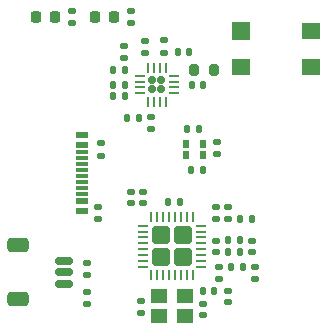
<source format=gtp>
G04 #@! TF.GenerationSoftware,KiCad,Pcbnew,8.0.2*
G04 #@! TF.CreationDate,2024-05-29T23:16:06+02:00*
G04 #@! TF.ProjectId,ESP32-C3,45535033-322d-4433-932e-6b696361645f,rev?*
G04 #@! TF.SameCoordinates,Original*
G04 #@! TF.FileFunction,Paste,Top*
G04 #@! TF.FilePolarity,Positive*
%FSLAX46Y46*%
G04 Gerber Fmt 4.6, Leading zero omitted, Abs format (unit mm)*
G04 Created by KiCad (PCBNEW 8.0.2) date 2024-05-29 23:16:06*
%MOMM*%
%LPD*%
G01*
G04 APERTURE LIST*
G04 Aperture macros list*
%AMRoundRect*
0 Rectangle with rounded corners*
0 $1 Rounding radius*
0 $2 $3 $4 $5 $6 $7 $8 $9 X,Y pos of 4 corners*
0 Add a 4 corners polygon primitive as box body*
4,1,4,$2,$3,$4,$5,$6,$7,$8,$9,$2,$3,0*
0 Add four circle primitives for the rounded corners*
1,1,$1+$1,$2,$3*
1,1,$1+$1,$4,$5*
1,1,$1+$1,$6,$7*
1,1,$1+$1,$8,$9*
0 Add four rect primitives between the rounded corners*
20,1,$1+$1,$2,$3,$4,$5,0*
20,1,$1+$1,$4,$5,$6,$7,0*
20,1,$1+$1,$6,$7,$8,$9,0*
20,1,$1+$1,$8,$9,$2,$3,0*%
G04 Aperture macros list end*
%ADD10RoundRect,0.140000X-0.170000X0.140000X-0.170000X-0.140000X0.170000X-0.140000X0.170000X0.140000X0*%
%ADD11RoundRect,0.135000X-0.185000X0.135000X-0.185000X-0.135000X0.185000X-0.135000X0.185000X0.135000X0*%
%ADD12RoundRect,0.140000X-0.140000X-0.170000X0.140000X-0.170000X0.140000X0.170000X-0.140000X0.170000X0*%
%ADD13RoundRect,0.135000X0.185000X-0.135000X0.185000X0.135000X-0.185000X0.135000X-0.185000X-0.135000X0*%
%ADD14RoundRect,0.218750X-0.218750X-0.256250X0.218750X-0.256250X0.218750X0.256250X-0.218750X0.256250X0*%
%ADD15RoundRect,0.160000X-0.160000X-0.160000X0.160000X-0.160000X0.160000X0.160000X-0.160000X0.160000X0*%
%ADD16RoundRect,0.062500X-0.375000X-0.062500X0.375000X-0.062500X0.375000X0.062500X-0.375000X0.062500X0*%
%ADD17RoundRect,0.062500X-0.062500X-0.375000X0.062500X-0.375000X0.062500X0.375000X-0.062500X0.375000X0*%
%ADD18RoundRect,0.140000X0.170000X-0.140000X0.170000X0.140000X-0.170000X0.140000X-0.170000X-0.140000X0*%
%ADD19R,0.600000X0.700000*%
%ADD20R,1.140000X0.600000*%
%ADD21R,1.140000X0.300000*%
%ADD22RoundRect,0.135000X-0.135000X-0.185000X0.135000X-0.185000X0.135000X0.185000X-0.135000X0.185000X0*%
%ADD23RoundRect,0.140000X0.140000X0.170000X-0.140000X0.170000X-0.140000X-0.170000X0.140000X-0.170000X0*%
%ADD24RoundRect,0.135000X0.135000X0.185000X-0.135000X0.185000X-0.135000X-0.185000X0.135000X-0.185000X0*%
%ADD25RoundRect,0.200000X-0.200000X-0.275000X0.200000X-0.275000X0.200000X0.275000X-0.200000X0.275000X0*%
%ADD26R,1.500000X1.500000*%
%ADD27R,1.600000X1.400000*%
%ADD28RoundRect,0.250000X0.495000X0.495000X-0.495000X0.495000X-0.495000X-0.495000X0.495000X-0.495000X0*%
%ADD29RoundRect,0.062500X0.337500X0.062500X-0.337500X0.062500X-0.337500X-0.062500X0.337500X-0.062500X0*%
%ADD30RoundRect,0.062500X0.062500X0.337500X-0.062500X0.337500X-0.062500X-0.337500X0.062500X-0.337500X0*%
%ADD31RoundRect,0.150000X-0.625000X0.150000X-0.625000X-0.150000X0.625000X-0.150000X0.625000X0.150000X0*%
%ADD32RoundRect,0.250000X-0.650000X0.350000X-0.650000X-0.350000X0.650000X-0.350000X0.650000X0.350000X0*%
%ADD33R,1.400000X1.200000*%
G04 APERTURE END LIST*
D10*
G04 #@! TO.C,C3*
X54600000Y-7270000D03*
X54600000Y-8230000D03*
G04 #@! TD*
D11*
G04 #@! TO.C,R3*
X41300000Y-2190000D03*
X41300000Y-3210000D03*
G04 #@! TD*
D12*
G04 #@! TO.C,C12*
X50215000Y-9250000D03*
X51175000Y-9250000D03*
G04 #@! TD*
G04 #@! TO.C,C5*
X47270000Y-1750000D03*
X48230000Y-1750000D03*
G04 #@! TD*
D13*
G04 #@! TO.C,R18*
X45300000Y10880000D03*
X45300000Y11900000D03*
G04 #@! TD*
D14*
G04 #@! TO.C,D5*
X41112500Y13900000D03*
X42687500Y13900000D03*
G04 #@! TD*
D13*
G04 #@! TO.C,R16*
X45800000Y4440000D03*
X45800000Y5460000D03*
G04 #@! TD*
D15*
G04 #@! TO.C,U2*
X45900000Y8600000D03*
X45900000Y7800000D03*
X46700000Y8600000D03*
X46700000Y7800000D03*
D16*
X44862500Y8950000D03*
X44862500Y8450000D03*
X44862500Y7950000D03*
X44862500Y7450000D03*
D17*
X45550000Y6762500D03*
X46050000Y6762500D03*
X46550000Y6762500D03*
X47050000Y6762500D03*
D16*
X47737500Y7450000D03*
X47737500Y7950000D03*
X47737500Y8450000D03*
X47737500Y8950000D03*
D17*
X47050000Y9637500D03*
X46550000Y9637500D03*
X46050000Y9637500D03*
X45550000Y9637500D03*
G04 #@! TD*
D13*
G04 #@! TO.C,R10*
X39150000Y13390000D03*
X39150000Y14410000D03*
G04 #@! TD*
D10*
G04 #@! TO.C,C4*
X54350000Y-5020000D03*
X54350000Y-5980000D03*
G04 #@! TD*
G04 #@! TO.C,C16*
X50215000Y-10390000D03*
X50215000Y-11350000D03*
G04 #@! TD*
D18*
G04 #@! TO.C,C11*
X44100000Y-1830000D03*
X44100000Y-870000D03*
G04 #@! TD*
D11*
G04 #@! TO.C,R5*
X46900000Y11930000D03*
X46900000Y10910000D03*
G04 #@! TD*
D19*
G04 #@! TO.C,D1*
X50200000Y2200000D03*
X48800000Y2200000D03*
X50200000Y3200000D03*
X48800000Y3200000D03*
G04 #@! TD*
D10*
G04 #@! TO.C,C6*
X51600000Y-7270000D03*
X51600000Y-8230000D03*
G04 #@! TD*
D20*
G04 #@! TO.C,U1*
X39970000Y3910000D03*
X39970000Y3110000D03*
D21*
X39970000Y1960000D03*
X39970000Y960000D03*
X39970000Y460000D03*
X39970000Y-540000D03*
D20*
X39970000Y-1690000D03*
X39970000Y-2490000D03*
X39970000Y-2490000D03*
X39970000Y-1690000D03*
D21*
X39970000Y-1040000D03*
X39970000Y-40000D03*
X39970000Y1460000D03*
X39970000Y2460000D03*
D20*
X39970000Y3110000D03*
X39970000Y3910000D03*
G04 #@! TD*
D13*
G04 #@! TO.C,R9*
X44150000Y13390000D03*
X44150000Y14410000D03*
G04 #@! TD*
G04 #@! TO.C,R11*
X43550000Y10440000D03*
X43550000Y11460000D03*
G04 #@! TD*
D22*
G04 #@! TO.C,R21*
X49190000Y1000000D03*
X50210000Y1000000D03*
G04 #@! TD*
D13*
G04 #@! TO.C,R19*
X51400000Y2290000D03*
X51400000Y3310000D03*
G04 #@! TD*
D23*
G04 #@! TO.C,C1*
X54330000Y-3200000D03*
X53370000Y-3200000D03*
G04 #@! TD*
D12*
G04 #@! TO.C,C20*
X49250000Y8200000D03*
X50210000Y8200000D03*
G04 #@! TD*
D24*
G04 #@! TO.C,R14*
X49910000Y4400000D03*
X48890000Y4400000D03*
G04 #@! TD*
D13*
G04 #@! TO.C,R1*
X52350000Y-3210000D03*
X52350000Y-2190000D03*
G04 #@! TD*
G04 #@! TO.C,R7*
X40400000Y-7910000D03*
X40400000Y-6890000D03*
G04 #@! TD*
D18*
G04 #@! TO.C,C15*
X52350000Y-10230000D03*
X52350000Y-9270000D03*
G04 #@! TD*
D24*
G04 #@! TO.C,L1*
X53610000Y-7250000D03*
X52590000Y-7250000D03*
G04 #@! TD*
D14*
G04 #@! TO.C,D4*
X36112500Y13900000D03*
X37687500Y13900000D03*
G04 #@! TD*
D13*
G04 #@! TO.C,R2*
X41550000Y2190000D03*
X41550000Y3210000D03*
G04 #@! TD*
D25*
G04 #@! TO.C,R15*
X49475000Y9450000D03*
X51125000Y9450000D03*
G04 #@! TD*
D11*
G04 #@! TO.C,R8*
X40400000Y-9390000D03*
X40400000Y-10410000D03*
G04 #@! TD*
D24*
G04 #@! TO.C,R17*
X44810000Y5400000D03*
X43790000Y5400000D03*
G04 #@! TD*
D26*
G04 #@! TO.C,SW2*
X53400000Y12700000D03*
D27*
X59400000Y12700000D03*
X53400000Y9700000D03*
X59400000Y9700000D03*
G04 #@! TD*
D24*
G04 #@! TO.C,R12*
X43600000Y9450000D03*
X42580000Y9450000D03*
G04 #@! TD*
D23*
G04 #@! TO.C,C21*
X43590000Y8200000D03*
X42630000Y8200000D03*
G04 #@! TD*
D18*
G04 #@! TO.C,C14*
X45100000Y-1830000D03*
X45100000Y-870000D03*
G04 #@! TD*
D22*
G04 #@! TO.C,R4*
X42580000Y7200000D03*
X43600000Y7200000D03*
G04 #@! TD*
D24*
G04 #@! TO.C,L2*
X53360000Y-6000000D03*
X52340000Y-6000000D03*
G04 #@! TD*
D10*
G04 #@! TO.C,C7*
X51350000Y-5020000D03*
X51350000Y-5980000D03*
G04 #@! TD*
D28*
G04 #@! TO.C,U3*
X48525000Y-6425000D03*
X48525000Y-4575000D03*
X46675000Y-6425000D03*
X46675000Y-4575000D03*
D29*
X50050000Y-7250000D03*
X50050000Y-6750000D03*
X50050000Y-6250000D03*
X50050000Y-5750000D03*
X50050000Y-5250000D03*
X50050000Y-4750000D03*
X50050000Y-4250000D03*
X50050000Y-3750000D03*
D30*
X49350000Y-3050000D03*
X48850000Y-3050000D03*
X48350000Y-3050000D03*
X47850000Y-3050000D03*
X47350000Y-3050000D03*
X46850000Y-3050000D03*
X46350000Y-3050000D03*
X45850000Y-3050000D03*
D29*
X45150000Y-3750000D03*
X45150000Y-4250000D03*
X45150000Y-4750000D03*
X45150000Y-5250000D03*
X45150000Y-5750000D03*
X45150000Y-6250000D03*
X45150000Y-6750000D03*
X45150000Y-7250000D03*
D30*
X45850000Y-7950000D03*
X46350000Y-7950000D03*
X46850000Y-7950000D03*
X47350000Y-7950000D03*
X47850000Y-7950000D03*
X48350000Y-7950000D03*
X48850000Y-7950000D03*
X49350000Y-7950000D03*
G04 #@! TD*
D12*
G04 #@! TO.C,C2*
X52370000Y-5000000D03*
X53330000Y-5000000D03*
G04 #@! TD*
D13*
G04 #@! TO.C,R6*
X51300000Y-3210000D03*
X51300000Y-2190000D03*
G04 #@! TD*
D31*
G04 #@! TO.C,J1*
X38470000Y-6700000D03*
X38470000Y-7700000D03*
X38470000Y-8700000D03*
D32*
X34595000Y-5400000D03*
X34595000Y-10000000D03*
G04 #@! TD*
D12*
G04 #@! TO.C,C19*
X48070000Y10950000D03*
X49030000Y10950000D03*
G04 #@! TD*
D33*
G04 #@! TO.C,Y1*
X48700000Y-9700000D03*
X46500000Y-9700000D03*
X46500000Y-11400000D03*
X48700000Y-11400000D03*
G04 #@! TD*
D18*
G04 #@! TO.C,C17*
X44950000Y-11114999D03*
X44950000Y-10154999D03*
G04 #@! TD*
M02*

</source>
